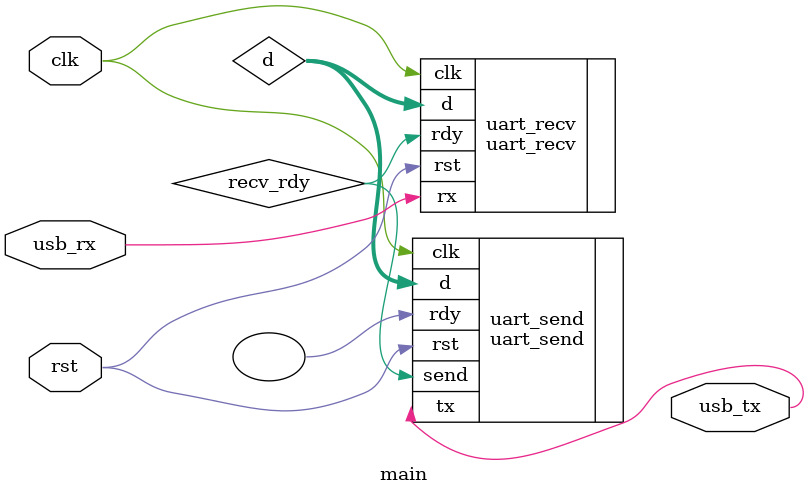
<source format=sv>
`timescale 1ns / 1ps

module main(
    input logic clk,
    input logic rst,
    input logic usb_rx,
    output logic usb_tx);

    // The clock divider to get 115200Hz from 100MHz
    localparam int DIVIDER = 868;

    // The data received and sent over serial
    logic [7:0] d;

    // Indicates that a byte was received
    logic recv_rdy;

    uart_recv #(.DIVIDER(DIVIDER)) uart_recv(
        .clk(clk),
        .rst(rst),
        .rx(usb_rx),
        .d(d),
        .rdy(recv_rdy)
    );

    uart_send #(.DIVIDER(DIVIDER)) uart_send(
        .clk(clk),
        .rst(rst),
        .d(d),
        .send(recv_rdy),
        .rdy(/* Not connected */),
        .tx(usb_tx)
    );

endmodule

</source>
